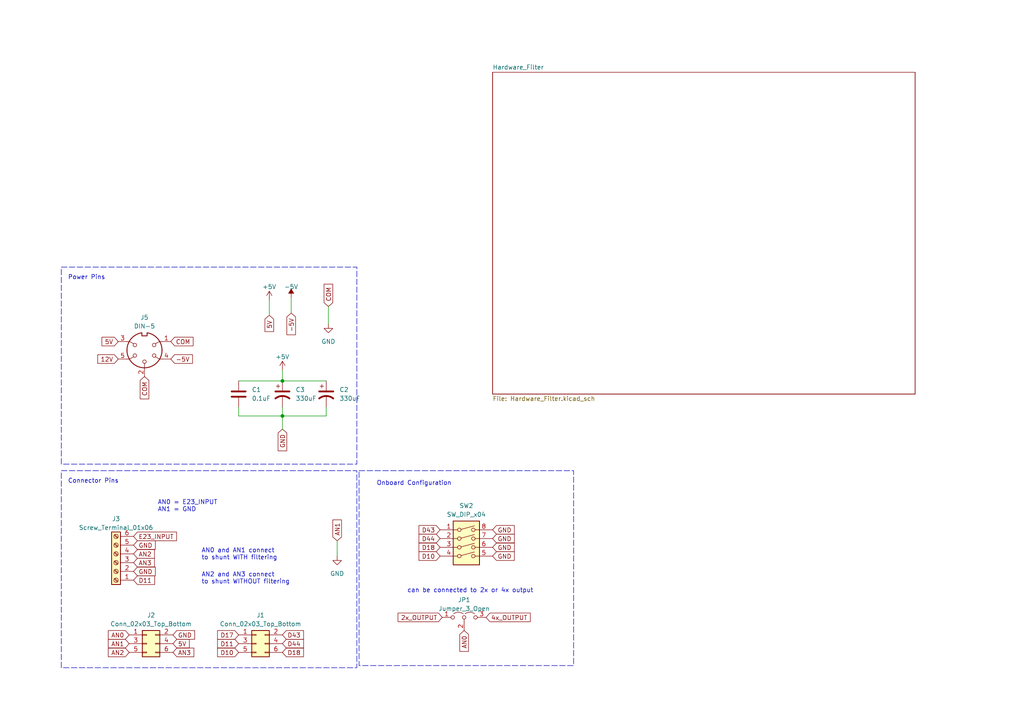
<source format=kicad_sch>
(kicad_sch (version 20230121) (generator eeschema)
  (paper "A4")
  (lib_symbols
    (symbol "Connector:DIN-5" (pin_names (offset 1.016))
      (property "Reference" "J5" (at -0.0001 9.525 0))
      (property "Value" "DIN-5" (at -0.0001 6.985 0))
      (symbol "DIN-5_0_1"
        (arc (start -5.08 0) (mid -3.8609 -3.3364) (end -0.762 -5.08) (stroke (width 0.254)))
        (circle (center -2.794 -1.524) (radius 0.508))
        (circle (center -2.794 1.524) (radius 0.508))
        (polyline (pts (xy 0 5.08) (xy 0 3.81)))
        (polyline (pts (xy -5.08 -2.54) (xy -4.318 -2.54) (xy -3.175 -1.905)))
        (polyline (pts (xy -5.08 2.54) (xy -4.318 2.54) (xy -3.175 1.905)))
        (polyline (pts (xy 5.08 -2.54) (xy 4.318 -2.54) (xy 3.175 -1.905)))
        (polyline (pts (xy 5.08 2.54) (xy 4.318 2.54) (xy 3.175 1.905)))
        (polyline (pts (xy -0.762 -4.953) (xy -0.762 -4.191) (xy 0.762 -4.191) (xy 0.762 -4.953)) (stroke (width 0.254)))
        (circle (center 0 3.302) (radius 0.508))
        (arc (start 0.762 -5.08) (mid 3.8685 -3.343) (end 5.08 0) (stroke (width 0.254)))
        (circle (center 2.794 -1.524) (radius 0.508))
        (circle (center 2.794 1.524) (radius 0.508))
        (arc (start 5.08 0) (mid 0 5.0579) (end -5.08 0) (stroke (width 0.254)))
      )
      (symbol "DIN-5_1_1"
        (pin passive line (at -7.62 -2.54 0) (length 2.54) (name "~") (number "1"))
        (pin passive line (at 0 7.62 270) (length 2.54) (name "~") (number "2"))
        (pin passive line (at 7.62 -2.54 180) (length 2.54) (name "~") (number "3"))
        (pin passive line (at -7.62 2.54 0) (length 2.54) (name "~") (number "4"))
        (pin passive line (at 7.62 2.54 180) (length 2.54) (name "~") (number "5"))
      )
    )
    (symbol "Connector:Screw_Terminal_01x06" (pin_names (offset 1.016) hide)
      (property "Reference" "J" (at 0 7.62 0))
      (property "Value" "Screw_Terminal_01x06" (at 0 -10.16 0))
      (symbol "Screw_Terminal_01x06_1_1"
        (rectangle (start -1.27 6.35) (end 1.27 -8.89) (stroke (width 0.254)) (fill (type background)))
        (circle (center 0 -7.62) (radius 0.635) (stroke (width 0.1524)))
        (circle (center 0 -5.08) (radius 0.635) (stroke (width 0.1524)))
        (circle (center 0 -2.54) (radius 0.635) (stroke (width 0.1524)))
        (polyline (pts (xy -0.5334 -7.2898) (xy 0.3302 -8.128)) (stroke (width 0.1524)))
        (polyline (pts (xy -0.5334 -4.7498) (xy 0.3302 -5.588)) (stroke (width 0.1524)))
        (polyline (pts (xy -0.5334 -2.2098) (xy 0.3302 -3.048)) (stroke (width 0.1524)))
        (polyline (pts (xy -0.5334 0.3302) (xy 0.3302 -0.508)) (stroke (width 0.1524)))
        (polyline (pts (xy -0.5334 2.8702) (xy 0.3302 2.032)) (stroke (width 0.1524)))
        (polyline (pts (xy -0.5334 5.4102) (xy 0.3302 4.572)) (stroke (width 0.1524)))
        (polyline (pts (xy -0.3556 -7.112) (xy 0.508 -7.9502)) (stroke (width 0.1524)))
        (polyline (pts (xy -0.3556 -4.572) (xy 0.508 -5.4102)) (stroke (width 0.1524)))
        (polyline (pts (xy -0.3556 -2.032) (xy 0.508 -2.8702)) (stroke (width 0.1524)))
        (polyline (pts (xy -0.3556 0.508) (xy 0.508 -0.3302)) (stroke (width 0.1524)))
        (polyline (pts (xy -0.3556 3.048) (xy 0.508 2.2098)) (stroke (width 0.1524)))
        (polyline (pts (xy -0.3556 5.588) (xy 0.508 4.7498)) (stroke (width 0.1524)))
        (circle (center 0 0) (radius 0.635) (stroke (width 0.1524)))
        (circle (center 0 2.54) (radius 0.635) (stroke (width 0.1524)))
        (circle (center 0 5.08) (radius 0.635) (stroke (width 0.1524)))
        (pin passive line (at -5.08 5.08 0) (length 3.81) (name "Pin_1") (number "1"))
        (pin passive line (at -5.08 2.54 0) (length 3.81) (name "Pin_2") (number "2"))
        (pin passive line (at -5.08 0 0) (length 3.81) (name "Pin_3") (number "3"))
        (pin passive line (at -5.08 -2.54 0) (length 3.81) (name "Pin_4") (number "4"))
        (pin passive line (at -5.08 -5.08 0) (length 3.81) (name "Pin_5") (number "5"))
        (pin passive line (at -5.08 -7.62 0) (length 3.81) (name "Pin_6") (number "6"))
      )
    )
    (symbol "Connector_Generic:Conn_02x03_Odd_Even" (pin_names (offset 1.016) hide)
      (property "Reference" "J" (at 1.27 5.08 0))
      (property "Value" "Conn_02x03_Odd_Even" (at 1.27 -5.08 0))
      (symbol "Conn_02x03_Odd_Even_1_1"
        (rectangle (start -1.27 -2.413) (end 0 -2.667) (stroke (width 0.1524)))
        (rectangle (start -1.27 0.127) (end 0 -0.127) (stroke (width 0.1524)))
        (rectangle (start -1.27 2.667) (end 0 2.413) (stroke (width 0.1524)))
        (rectangle (start -1.27 3.81) (end 3.81 -3.81) (stroke (width 0.254)) (fill (type background)))
        (rectangle (start 3.81 -2.413) (end 2.54 -2.667) (stroke (width 0.1524)))
        (rectangle (start 3.81 0.127) (end 2.54 -0.127) (stroke (width 0.1524)))
        (rectangle (start 3.81 2.667) (end 2.54 2.413) (stroke (width 0.1524)))
        (pin passive line (at -5.08 2.54 0) (length 3.81) (name "Pin_1") (number "1"))
        (pin passive line (at 7.62 2.54 180) (length 3.81) (name "Pin_2") (number "2"))
        (pin passive line (at -5.08 0 0) (length 3.81) (name "Pin_3") (number "3"))
        (pin passive line (at 7.62 0 180) (length 3.81) (name "Pin_4") (number "4"))
        (pin passive line (at -5.08 -2.54 0) (length 3.81) (name "Pin_5") (number "5"))
        (pin passive line (at 7.62 -2.54 180) (length 3.81) (name "Pin_6") (number "6"))
      )
    )
    (symbol "Device:C" (pin_numbers hide) (pin_names (offset 0.254))
      (property "Reference" "C" (at 0.635 2.54 0))
      (property "Value" "C" (at 0.635 -2.54 0))
      (symbol "C_0_1"
        (polyline (pts (xy -2.032 -0.762) (xy 2.032 -0.762)) (stroke (width 0.508)))
        (polyline (pts (xy -2.032 0.762) (xy 2.032 0.762)) (stroke (width 0.508)))
      )
      (symbol "C_1_1"
        (pin passive line (at 0 3.81 270) (length 2.794) (name "~") (number "1"))
        (pin passive line (at 0 -3.81 90) (length 2.794) (name "~") (number "2"))
      )
    )
    (symbol "Device:C_Polarized_US" (pin_numbers hide) (pin_names (offset 0.254) hide)
      (property "Reference" "C" (at 0.635 2.54 0))
      (property "Value" "C_Polarized_US" (at 0.635 -2.54 0))
      (symbol "C_Polarized_US_0_1"
        (polyline (pts (xy -2.032 0.762) (xy 2.032 0.762)) (stroke (width 0.508)))
        (polyline (pts (xy -1.778 2.286) (xy -0.762 2.286)))
        (polyline (pts (xy -1.27 1.778) (xy -1.27 2.794)))
        (arc (start 2.032 -1.27) (mid 0 -0.5572) (end -2.032 -1.27) (stroke (width 0.508)))
      )
      (symbol "C_Polarized_US_1_1"
        (pin passive line (at 0 3.81 270) (length 2.794) (name "~") (number "1"))
        (pin passive line (at 0 -3.81 90) (length 3.302) (name "~") (number "2"))
      )
    )
    (symbol "Jumper:Jumper_3_Open" (pin_names (offset 0) hide)
      (property "Reference" "JP" (at -2.54 -2.54 0))
      (property "Value" "Jumper_3_Open" (at 0 2.794 0))
      (symbol "Jumper_3_Open_0_0"
        (circle (center -3.302 0) (radius 0.508))
        (circle (center 0 0) (radius 0.508))
        (circle (center 3.302 0) (radius 0.508))
      )
      (symbol "Jumper_3_Open_0_1"
        (arc (start -0.254 1.016) (mid -1.651 1.4992) (end -3.048 1.016))
        (polyline (pts (xy 0 -0.508) (xy 0 -1.27)))
        (arc (start 3.048 1.016) (mid 1.651 1.4992) (end 0.254 1.016))
      )
      (symbol "Jumper_3_Open_1_1"
        (pin passive line (at -6.35 0 0) (length 2.54) (name "A") (number "1"))
        (pin passive line (at 0 -3.81 90) (length 2.54) (name "C") (number "2"))
        (pin passive line (at 6.35 0 180) (length 2.54) (name "B") (number "3"))
      )
    )
    (symbol "Switch:SW_DIP_x04" (pin_names (offset 0) hide)
      (property "Reference" "SW" (at 0 8.89 0))
      (property "Value" "SW_DIP_x04" (at 0 -6.35 0))
      (symbol "SW_DIP_x04_0_0"
        (circle (center -2.032 -2.54) (radius 0.508))
        (circle (center -2.032 0) (radius 0.508))
        (circle (center -2.032 2.54) (radius 0.508))
        (circle (center -2.032 5.08) (radius 0.508))
        (polyline (pts (xy -1.524 -2.3876) (xy 2.3622 -1.3462)))
        (polyline (pts (xy -1.524 0.127) (xy 2.3622 1.1684)))
        (polyline (pts (xy -1.524 2.667) (xy 2.3622 3.7084)))
        (polyline (pts (xy -1.524 5.207) (xy 2.3622 6.2484)))
        (circle (center 2.032 -2.54) (radius 0.508))
        (circle (center 2.032 0) (radius 0.508))
        (circle (center 2.032 2.54) (radius 0.508))
        (circle (center 2.032 5.08) (radius 0.508))
      )
      (symbol "SW_DIP_x04_0_1"
        (rectangle (start -3.81 7.62) (end 3.81 -5.08) (stroke (width 0.254)) (fill (type background)))
      )
      (symbol "SW_DIP_x04_1_1"
        (pin passive line (at -7.62 5.08 0) (length 5.08) (name "~") (number "1"))
        (pin passive line (at -7.62 2.54 0) (length 5.08) (name "~") (number "2"))
        (pin passive line (at -7.62 0 0) (length 5.08) (name "~") (number "3"))
        (pin passive line (at -7.62 -2.54 0) (length 5.08) (name "~") (number "4"))
        (pin passive line (at 7.62 -2.54 180) (length 5.08) (name "~") (number "5"))
        (pin passive line (at 7.62 0 180) (length 5.08) (name "~") (number "6"))
        (pin passive line (at 7.62 2.54 180) (length 5.08) (name "~") (number "7"))
        (pin passive line (at 7.62 5.08 180) (length 5.08) (name "~") (number "8"))
      )
    )
    (symbol "power:+5V" (power) (pin_names (offset 0))
      (property "Value" "+5V" (at 0 3.556 0))
      (symbol "+5V_0_1"
        (polyline (pts (xy -0.762 1.27) (xy 0 2.54)))
        (polyline (pts (xy 0 0) (xy 0 2.54)))
        (polyline (pts (xy 0 2.54) (xy 0.762 1.27)))
      )
      (symbol "+5V_1_1"
        (pin power_in line (at 0 0 90) (length 0) hide (name "+5V") (number "1"))
      )
    )
    (symbol "power:-5V" (power) (pin_names (offset 0))
      (property "Value" "-5V" (at 0 3.81 0))
      (symbol "-5V_0_0"
        (pin power_in line (at 0 0 90) (length 0) hide (name "-5V") (number "1"))
      )
      (symbol "-5V_0_1"
        (polyline (pts (xy 0 0) (xy 0 1.27) (xy 0.762 1.27) (xy 0 2.54) (xy -0.762 1.27) (xy 0 1.27)) (fill (type outline)))
      )
    )
    (symbol "power:GND" (power) (pin_names (offset 0))
      (property "Value" "GND" (at 0 -3.81 0))
      (symbol "GND_0_1"
        (polyline (pts (xy 0 0) (xy 0 -1.27) (xy 1.27 -1.27) (xy 0 -2.54) (xy -1.27 -1.27) (xy 0 -1.27)))
      )
      (symbol "GND_1_1"
        (pin power_in line (at 0 0 270) (length 0) hide (name "GND") (number "1"))
      )
    )
  )
  (junction (at 81.915 120.65))
  (junction (at 81.915 110.49))
  (wire (pts (xy 69.215 120.65) (xy 81.915 120.65)))
  (wire (pts (xy 78.105 86.995) (xy 78.105 91.44)))
  (wire (pts (xy 69.215 110.49) (xy 81.915 110.49)))
  (wire (pts (xy 81.915 124.46) (xy 81.915 120.65)))
  (wire (pts (xy 69.215 118.11) (xy 69.215 120.65)))
  (wire (pts (xy 81.915 107.315) (xy 81.915 110.49)))
  (wire (pts (xy 95.25 88.9) (xy 95.25 93.98)))
  (wire (pts (xy 94.615 120.65) (xy 81.915 120.65)))
  (wire (pts (xy 94.615 110.49) (xy 81.915 110.49)))
  (wire (pts (xy 84.455 90.805) (xy 84.455 86.36)))
  (wire (pts (xy 94.615 118.11) (xy 94.615 120.65)))
  (wire (pts (xy 81.915 120.65) (xy 81.915 118.11)))
  (wire (pts (xy 97.79 156.845) (xy 97.79 161.29)))
  (rectangle (start 17.78 136.525) (end 103.505 193.675) (stroke (width 0) (type dash)))
  (rectangle (start 17.78 77.47) (end 103.505 134.62) (stroke (width 0) (type dash)))
  (rectangle (start 104.14 136.525) (end 166.37 193.04) (stroke (width 0) (type dash)))
  (text "Connector Pins" (at 19.685 140.335 0) (effects (font (size 1.27 1.27)) (justify left bottom)))
  (text "AN0 = E23_INPUT\nAN1 = GND" (at 45.72 148.59 0) (effects (font (size 1.27 1.27)) (justify left bottom)))
  (text "can be connected to 2x or 4x output" (at 118.11 172.085 0) (effects (font (size 1.27 1.27)) (justify left bottom)))
  (text "Power Pins" (at 19.685 81.28 0) (effects (font (size 1.27 1.27)) (justify left bottom)))
  (text "Onboard Configuration" (at 109.22 140.97 0) (effects (font (size 1.27 1.27)) (justify left bottom)))
  (text "AN0 and AN1 connect\nto shunt WITH filtering" (at 58.42 162.56 0) (effects (font (size 1.27 1.27)) (justify left bottom)))
  (text "AN2 and AN3 connect\nto shunt WITHOUT filtering" (at 58.42 169.545 0) (effects (font (size 1.27 1.27)) (justify left bottom)))
  (global_label "GND" (shape input) (at 38.735 165.735 0) (property "Intersheetrefs" "${INTERSHEET_REFS}" (effects hide)))
  (global_label "-5V" (shape input) (at 49.53 104.14 0) (property "Intersheetrefs" "${INTERSHEET_REFS}" (effects hide)))
  (global_label "D10" (shape input) (at 127.635 161.29 180) (property "Intersheetrefs" "${INTERSHEET_REFS}" (effects hide)))
  (global_label "GND" (shape input) (at 142.875 153.67 0) (property "Intersheetrefs" "${INTERSHEET_REFS}" (effects hide)))
  (global_label "-5V" (shape input) (at 84.455 90.805 270) (property "Intersheetrefs" "${INTERSHEET_REFS}" (effects hide)))
  (global_label "AN1" (shape input) (at 97.79 156.845 90) (property "Intersheetrefs" "${INTERSHEET_REFS}" (effects hide)))
  (global_label "GND" (shape input) (at 142.875 158.75 0) (property "Intersheetrefs" "${INTERSHEET_REFS}" (effects hide)))
  (global_label "AN0" (shape input) (at 134.62 182.88 270) (property "Intersheetrefs" "${INTERSHEET_REFS}" (effects hide)))
  (global_label "COM" (shape input) (at 41.91 109.22 270) (property "Intersheetrefs" "${INTERSHEET_REFS}" (effects hide)))
  (global_label "AN0" (shape input) (at 37.465 184.15 180) (property "Intersheetrefs" "${INTERSHEET_REFS}" (effects hide)))
  (global_label "D11" (shape input) (at 38.735 168.275 0) (property "Intersheetrefs" "${INTERSHEET_REFS}" (effects hide)))
  (global_label "5V" (shape input) (at 50.165 186.69 0) (property "Intersheetrefs" "${INTERSHEET_REFS}" (effects hide)))
  (global_label "4x_OUTPUT" (shape input) (at 140.97 179.07 0) (property "Intersheetrefs" "${INTERSHEET_REFS}" (effects hide)))
  (global_label "GND" (shape input) (at 38.735 158.115 0) (property "Intersheetrefs" "${INTERSHEET_REFS}" (effects hide)))
  (global_label "12V" (shape input) (at 34.29 104.14 180) (property "Intersheetrefs" "${INTERSHEET_REFS}" (effects hide)))
  (global_label "AN1" (shape input) (at 37.465 186.69 180) (property "Intersheetrefs" "${INTERSHEET_REFS}" (effects hide)))
  (global_label "5V" (shape input) (at 34.29 99.06 180) (property "Intersheetrefs" "${INTERSHEET_REFS}" (effects hide)))
  (global_label "GND" (shape input) (at 142.875 156.21 0) (property "Intersheetrefs" "${INTERSHEET_REFS}" (effects hide)))
  (global_label "D18" (shape input) (at 81.915 189.23 0) (property "Intersheetrefs" "${INTERSHEET_REFS}" (effects hide)))
  (global_label "GND" (shape input) (at 142.875 161.29 0) (property "Intersheetrefs" "${INTERSHEET_REFS}" (effects hide)))
  (global_label "E23_INPUT" (shape input) (at 38.735 155.575 0) (property "Intersheetrefs" "${INTERSHEET_REFS}" (effects hide)))
  (global_label "AN3" (shape input) (at 50.165 189.23 0) (property "Intersheetrefs" "${INTERSHEET_REFS}" (effects hide)))
  (global_label "2x_OUTPUT" (shape input) (at 128.27 179.07 180) (property "Intersheetrefs" "${INTERSHEET_REFS}" (effects hide)))
  (global_label "D44" (shape input) (at 81.915 186.69 0) (property "Intersheetrefs" "${INTERSHEET_REFS}" (effects hide)))
  (global_label "AN2" (shape input) (at 37.465 189.23 180) (property "Intersheetrefs" "${INTERSHEET_REFS}" (effects hide)))
  (global_label "D18" (shape input) (at 127.635 158.75 180) (property "Intersheetrefs" "${INTERSHEET_REFS}" (effects hide)))
  (global_label "D17" (shape input) (at 69.215 184.15 180) (property "Intersheetrefs" "${INTERSHEET_REFS}" (effects hide)))
  (global_label "D43" (shape input) (at 81.915 184.15 0) (property "Intersheetrefs" "${INTERSHEET_REFS}" (effects hide)))
  (global_label "COM" (shape input) (at 95.25 88.9 90) (property "Intersheetrefs" "${INTERSHEET_REFS}" (effects hide)))
  (global_label "D44" (shape input) (at 127.635 156.21 180) (property "Intersheetrefs" "${INTERSHEET_REFS}" (effects hide)))
  (global_label "AN3" (shape input) (at 38.735 163.195 0) (property "Intersheetrefs" "${INTERSHEET_REFS}" (effects hide)))
  (global_label "AN2" (shape input) (at 38.735 160.655 0) (property "Intersheetrefs" "${INTERSHEET_REFS}" (effects hide)))
  (global_label "D10" (shape input) (at 69.215 189.23 180) (property "Intersheetrefs" "${INTERSHEET_REFS}" (effects hide)))
  (global_label "GND" (shape input) (at 50.165 184.15 0) (property "Intersheetrefs" "${INTERSHEET_REFS}" (effects hide)))
  (global_label "D43" (shape input) (at 127.635 153.67 180) (property "Intersheetrefs" "${INTERSHEET_REFS}" (effects hide)))
  (global_label "D11" (shape input) (at 69.215 186.69 180) (property "Intersheetrefs" "${INTERSHEET_REFS}" (effects hide)))
  (global_label "5V" (shape input) (at 78.105 91.44 270) (property "Intersheetrefs" "${INTERSHEET_REFS}" (effects hide)))
  (global_label "GND" (shape input) (at 81.915 124.46 270) (property "Intersheetrefs" "${INTERSHEET_REFS}" (effects hide)))
  (global_label "COM" (shape input) (at 49.53 99.06 0) (property "Intersheetrefs" "${INTERSHEET_REFS}" (effects hide)))
  (symbol (lib_id "Connector_Generic:Conn_02x03_Odd_Even") (at 74.295 186.69 0) (unit 1)
    (property "Reference" "J1" (at 75.565 178.435 0))
    (property "Value" "Conn_02x03_Top_Bottom" (at 75.565 180.975 0))
    (property "Footprint" "Connector_PinSocket_2.54mm:PinSocket_2x03_P2.54mm_Vertical" (effects hide))
  )
  (symbol (lib_id "Device:C_Polarized_US") (at 94.615 114.3 0) (unit 1)
    (property "Reference" "C2" (at 98.425 113.03 0) (effects (justify left)))
    (property "Value" "330uF" (at 98.425 115.57 0) (effects (justify left)))
    (property "Footprint" "Capacitor_THT:CP_Radial_D10.0mm_P5.00mm" (effects hide))
  )
  (symbol (lib_id "Switch:SW_DIP_x04") (at 135.255 158.75 0) (unit 1)
    (property "Reference" "SW2" (at 135.255 146.685 0))
    (property "Value" "SW_DIP_x04" (at 135.255 149.225 0))
    (property "Footprint" "Button_Switch_THT:SW_DIP_SPSTx04_Slide_9.78x12.34mm_W7.62mm_P2.54mm" (effects hide))
  )
  (symbol (lib_id "power:GND") (at 97.79 161.29 0) (unit 1)
    (property "Reference" "#PWR019" (effects hide))
    (property "Value" "GND" (at 97.79 166.37 0))
  )
  (symbol (lib_id "Connector_Generic:Conn_02x03_Odd_Even") (at 42.545 186.69 0) (unit 1)
    (property "Reference" "J2" (at 43.815 178.435 0))
    (property "Value" "Conn_02x03_Top_Bottom" (at 43.815 180.975 0))
    (property "Footprint" "Connector_PinSocket_2.54mm:PinSocket_2x03_P2.54mm_Vertical" (effects hide))
  )
  (symbol (lib_id "power:-5V") (at 84.455 86.36 0) (unit 1)
    (property "Reference" "#PWR026" (effects hide))
    (property "Value" "-5V" (at 84.455 83.185 0))
  )
  (symbol (lib_id "Device:C_Polarized_US") (at 81.915 114.3 0) (unit 1)
    (property "Reference" "C3" (at 85.725 113.03 0) (effects (justify left)))
    (property "Value" "330uF" (at 85.725 115.57 0) (effects (justify left)))
    (property "Footprint" "Capacitor_THT:CP_Radial_D10.0mm_P5.00mm" (effects hide))
  )
  (symbol (lib_id "Device:C") (at 69.215 114.3 0) (unit 1)
    (property "Reference" "C1" (at 73.025 113.03 0) (effects (justify left)))
    (property "Value" "0.1uF" (at 73.025 115.57 0) (effects (justify left)))
    (property "Footprint" "Capacitor_SMD:C_0603_1608Metric" (effects hide))
  )
  (symbol (lib_id "power:+5V") (at 78.105 86.995 0) (unit 1)
    (property "Reference" "#PWR025" (effects hide))
    (property "Value" "+5V" (at 78.105 83.185 0))
  )
  (symbol (lib_id "Connector:DIN-5") (at 41.91 101.6 180) (unit 1)
    (property "Reference" "J5" (at 41.9099 92.075 0))
    (property "Value" "DIN-5" (at 41.9099 94.615 0))
    (property "Footprint" "bot_lib:DIN_5_PIN" (effects hide))
    (property "Datasheet" "http://www.mouser.com/ds/2/18/40_c091_abd_e-75918.pdf" (effects hide))
  )
  (symbol (lib_id "Jumper:Jumper_3_Open") (at 134.62 179.07 0) (unit 1)
    (property "Reference" "JP1" (at 134.62 173.99 0))
    (property "Value" "Jumper_3_Open" (at 134.62 176.53 0))
    (property "Footprint" "Connector_PinHeader_2.54mm:PinHeader_1x03_P2.54mm_Vertical" (effects hide))
  )
  (symbol (lib_id "Connector:Screw_Terminal_01x06") (at 33.655 163.195 180) (unit 1)
    (property "Reference" "J3" (at 33.655 150.495 0))
    (property "Value" "Screw_Terminal_01x06" (at 33.655 153.035 0))
    (property "Footprint" "Connector_Phoenix_MSTB:PhoenixContact_MSTBA_2,5_6-G-5,08_1x06_P5.08mm_Horizontal" (effects hide))
  )
  (symbol (lib_id "power:+5V") (at 81.915 107.315 0) (unit 1)
    (property "Reference" "#PWR021" (effects hide))
    (property "Value" "+5V" (at 81.915 103.505 0))
  )
  (symbol (lib_id "power:GND") (at 95.25 93.98 0) (unit 1)
    (property "Reference" "#PWR020" (effects hide))
    (property "Value" "GND" (at 95.25 99.06 0))
  )
  (sheet (at 142.875 20.955) (size 122.555 93.345) (stroke (width 0.1524))
    (property "Sheetname" "Hardware_Filter" (at 142.875 20.2434 0) (effects (justify left bottom)))
    (property "Sheetfile" "Hardware_Filter.kicad_sch" (at 142.875 114.8846 0) (effects (justify left top)))
  )
)
</source>
